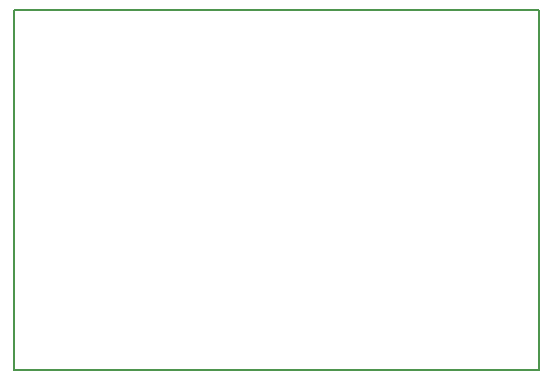
<source format=gbr>
G04 #@! TF.GenerationSoftware,KiCad,Pcbnew,(5.0.0)*
G04 #@! TF.CreationDate,2019-04-18T11:17:11+03:00*
G04 #@! TF.ProjectId,Single_transistor_AMP,53696E676C655F7472616E736973746F,rev?*
G04 #@! TF.SameCoordinates,Original*
G04 #@! TF.FileFunction,Profile,NP*
%FSLAX46Y46*%
G04 Gerber Fmt 4.6, Leading zero omitted, Abs format (unit mm)*
G04 Created by KiCad (PCBNEW (5.0.0)) date 04/18/19 11:17:11*
%MOMM*%
%LPD*%
G01*
G04 APERTURE LIST*
%ADD10C,0.200000*%
%ADD11C,0.150000*%
G04 APERTURE END LIST*
D10*
X93980000Y-69850000D02*
X138430000Y-69850000D01*
D11*
X93980000Y-39370000D02*
X138430000Y-39370000D01*
D10*
X138430000Y-69850000D02*
X138430000Y-39370000D01*
X93980000Y-39370000D02*
X93980000Y-69850000D01*
M02*

</source>
